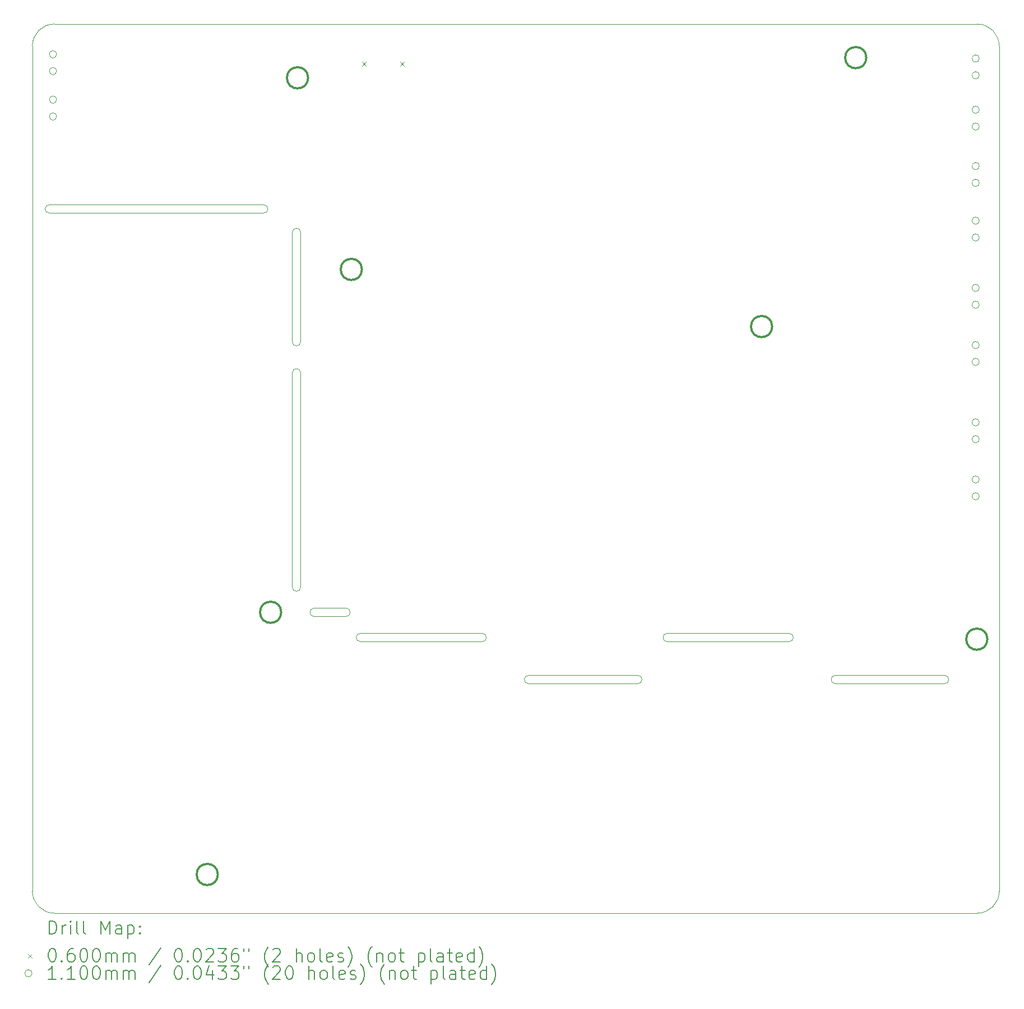
<source format=gbr>
%TF.GenerationSoftware,KiCad,Pcbnew,(6.0.9)*%
%TF.CreationDate,2023-08-24T11:25:01+02:00*%
%TF.ProjectId,reflow_oven,7265666c-6f77-45f6-9f76-656e2e6b6963,rev?*%
%TF.SameCoordinates,Original*%
%TF.FileFunction,Drillmap*%
%TF.FilePolarity,Positive*%
%FSLAX45Y45*%
G04 Gerber Fmt 4.5, Leading zero omitted, Abs format (unit mm)*
G04 Created by KiCad (PCBNEW (6.0.9)) date 2023-08-24 11:25:01*
%MOMM*%
%LPD*%
G01*
G04 APERTURE LIST*
%ADD10C,0.300000*%
%ADD11C,0.100000*%
%ADD12C,0.200000*%
%ADD13C,0.060000*%
%ADD14C,0.110000*%
G04 APERTURE END LIST*
D10*
X16611386Y-21645880D02*
G75*
G03*
X16611386Y-21645880I-160000J0D01*
G01*
D11*
X18548687Y-17747380D02*
G75*
G03*
X18548687Y-17620380I4J63500D01*
G01*
X22955586Y-18763380D02*
G75*
G03*
X22955586Y-18636380I4J63500D01*
G01*
X18764587Y-18001380D02*
G75*
G03*
X18764587Y-18128380I4J-63500D01*
G01*
X17735887Y-14064380D02*
X17735887Y-17302880D01*
X14065586Y-11524380D02*
G75*
G03*
X14065586Y-11651380I4J-63500D01*
G01*
X13809786Y-21899880D02*
X13809786Y-9123680D01*
D10*
X26408186Y-9301480D02*
G75*
G03*
X26408186Y-9301480I-160000J0D01*
G01*
D11*
X17862887Y-11943480D02*
X17862887Y-13594480D01*
X20606087Y-18128380D02*
G75*
G03*
X20606087Y-18001380I4J63500D01*
G01*
X28414786Y-9123680D02*
X28414786Y-21899880D01*
X23400086Y-18001380D02*
G75*
G03*
X23400086Y-18128380I4J-63500D01*
G01*
D10*
X18788187Y-12501880D02*
G75*
G03*
X18788187Y-12501880I-160000J0D01*
G01*
X28236986Y-18089880D02*
G75*
G03*
X28236986Y-18089880I-160000J0D01*
G01*
D11*
X20606087Y-18001380D02*
X18764587Y-18001380D01*
X25241586Y-18001380D02*
X23400086Y-18001380D01*
X28084586Y-22230080D02*
X14139986Y-22230080D01*
X27591086Y-18636380D02*
X25940086Y-18636380D01*
X17304087Y-11524380D02*
X14065586Y-11524380D01*
X25241586Y-18128380D02*
G75*
G03*
X25241586Y-18001380I4J63500D01*
G01*
X25940086Y-18636380D02*
G75*
G03*
X25940086Y-18763380I4J-63500D01*
G01*
X21304587Y-18636380D02*
G75*
G03*
X21304587Y-18763380I4J-63500D01*
G01*
X22955586Y-18636380D02*
X21304587Y-18636380D01*
X28414790Y-9123680D02*
G75*
G03*
X28084586Y-8793480I-330200J0D01*
G01*
X27591086Y-18763380D02*
X25940086Y-18763380D01*
X18066087Y-17620380D02*
G75*
G03*
X18066087Y-17747380I4J-63500D01*
G01*
X18066087Y-17620380D02*
X18548687Y-17620380D01*
X14139986Y-8793477D02*
G75*
G03*
X13809786Y-9123680I4J-330204D01*
G01*
X17862887Y-11943480D02*
G75*
G03*
X17735887Y-11943480I-63500J0D01*
G01*
X25241586Y-18128380D02*
X23400086Y-18128380D01*
X17862887Y-14064380D02*
X17862887Y-17302880D01*
X17304087Y-11651380D02*
X14065586Y-11651380D01*
X18548687Y-17747380D02*
X18066087Y-17747380D01*
D10*
X24985786Y-13365480D02*
G75*
G03*
X24985786Y-13365480I-160000J0D01*
G01*
D11*
X17735887Y-17302880D02*
G75*
G03*
X17862887Y-17302880I63500J0D01*
G01*
X17862887Y-14064380D02*
G75*
G03*
X17735887Y-14064380I-63500J0D01*
G01*
X22955586Y-18763380D02*
X21304587Y-18763380D01*
X17735887Y-13594480D02*
G75*
G03*
X17862887Y-13594480I63500J0D01*
G01*
X27591086Y-18763380D02*
G75*
G03*
X27591086Y-18636380I4J63500D01*
G01*
X14139986Y-8793480D02*
X28084586Y-8793480D01*
X13809790Y-21899880D02*
G75*
G03*
X14139986Y-22230080I330200J0D01*
G01*
X28084586Y-22230077D02*
G75*
G03*
X28414786Y-21899880I4J330197D01*
G01*
D10*
X17568987Y-17683480D02*
G75*
G03*
X17568987Y-17683480I-160000J0D01*
G01*
X17975387Y-9606280D02*
G75*
G03*
X17975387Y-9606280I-160000J0D01*
G01*
D11*
X17304087Y-11651380D02*
G75*
G03*
X17304087Y-11524380I4J63500D01*
G01*
X20606087Y-18128380D02*
X18764587Y-18128380D01*
X17735887Y-11943480D02*
X17735887Y-13594480D01*
D12*
D13*
X18786687Y-9365680D02*
X18846687Y-9425680D01*
X18846687Y-9365680D02*
X18786687Y-9425680D01*
X19364687Y-9365680D02*
X19424687Y-9425680D01*
X19424687Y-9365680D02*
X19364687Y-9425680D01*
D14*
X14176086Y-9250680D02*
G75*
G03*
X14176086Y-9250680I-55000J0D01*
G01*
X14176086Y-9504680D02*
G75*
G03*
X14176086Y-9504680I-55000J0D01*
G01*
X14176086Y-9936480D02*
G75*
G03*
X14176086Y-9936480I-55000J0D01*
G01*
X14176086Y-10190480D02*
G75*
G03*
X14176086Y-10190480I-55000J0D01*
G01*
X28114186Y-9314180D02*
G75*
G03*
X28114186Y-9314180I-55000J0D01*
G01*
X28114186Y-9568180D02*
G75*
G03*
X28114186Y-9568180I-55000J0D01*
G01*
X28114186Y-10088880D02*
G75*
G03*
X28114186Y-10088880I-55000J0D01*
G01*
X28114186Y-10342880D02*
G75*
G03*
X28114186Y-10342880I-55000J0D01*
G01*
X28114186Y-10939780D02*
G75*
G03*
X28114186Y-10939780I-55000J0D01*
G01*
X28114186Y-11193780D02*
G75*
G03*
X28114186Y-11193780I-55000J0D01*
G01*
X28114186Y-11765280D02*
G75*
G03*
X28114186Y-11765280I-55000J0D01*
G01*
X28114186Y-12019280D02*
G75*
G03*
X28114186Y-12019280I-55000J0D01*
G01*
X28114186Y-12781280D02*
G75*
G03*
X28114186Y-12781280I-55000J0D01*
G01*
X28114186Y-13035280D02*
G75*
G03*
X28114186Y-13035280I-55000J0D01*
G01*
X28114186Y-13644880D02*
G75*
G03*
X28114186Y-13644880I-55000J0D01*
G01*
X28114186Y-13898880D02*
G75*
G03*
X28114186Y-13898880I-55000J0D01*
G01*
X28114186Y-14813280D02*
G75*
G03*
X28114186Y-14813280I-55000J0D01*
G01*
X28114186Y-15067280D02*
G75*
G03*
X28114186Y-15067280I-55000J0D01*
G01*
X28114186Y-15676880D02*
G75*
G03*
X28114186Y-15676880I-55000J0D01*
G01*
X28114186Y-15930880D02*
G75*
G03*
X28114186Y-15930880I-55000J0D01*
G01*
D12*
X14062405Y-22545556D02*
X14062405Y-22345556D01*
X14110024Y-22345556D01*
X14138596Y-22355080D01*
X14157644Y-22374128D01*
X14167167Y-22393175D01*
X14176691Y-22431270D01*
X14176691Y-22459842D01*
X14167167Y-22497937D01*
X14157644Y-22516985D01*
X14138596Y-22536032D01*
X14110024Y-22545556D01*
X14062405Y-22545556D01*
X14262405Y-22545556D02*
X14262405Y-22412223D01*
X14262405Y-22450318D02*
X14271929Y-22431270D01*
X14281453Y-22421747D01*
X14300501Y-22412223D01*
X14319548Y-22412223D01*
X14386215Y-22545556D02*
X14386215Y-22412223D01*
X14386215Y-22345556D02*
X14376691Y-22355080D01*
X14386215Y-22364604D01*
X14395739Y-22355080D01*
X14386215Y-22345556D01*
X14386215Y-22364604D01*
X14510024Y-22545556D02*
X14490977Y-22536032D01*
X14481453Y-22516985D01*
X14481453Y-22345556D01*
X14614786Y-22545556D02*
X14595739Y-22536032D01*
X14586215Y-22516985D01*
X14586215Y-22345556D01*
X14843358Y-22545556D02*
X14843358Y-22345556D01*
X14910024Y-22488413D01*
X14976691Y-22345556D01*
X14976691Y-22545556D01*
X15157644Y-22545556D02*
X15157644Y-22440794D01*
X15148120Y-22421747D01*
X15129072Y-22412223D01*
X15090977Y-22412223D01*
X15071929Y-22421747D01*
X15157644Y-22536032D02*
X15138596Y-22545556D01*
X15090977Y-22545556D01*
X15071929Y-22536032D01*
X15062405Y-22516985D01*
X15062405Y-22497937D01*
X15071929Y-22478889D01*
X15090977Y-22469366D01*
X15138596Y-22469366D01*
X15157644Y-22459842D01*
X15252882Y-22412223D02*
X15252882Y-22612223D01*
X15252882Y-22421747D02*
X15271929Y-22412223D01*
X15310024Y-22412223D01*
X15329072Y-22421747D01*
X15338596Y-22431270D01*
X15348120Y-22450318D01*
X15348120Y-22507461D01*
X15338596Y-22526508D01*
X15329072Y-22536032D01*
X15310024Y-22545556D01*
X15271929Y-22545556D01*
X15252882Y-22536032D01*
X15433834Y-22526508D02*
X15443358Y-22536032D01*
X15433834Y-22545556D01*
X15424310Y-22536032D01*
X15433834Y-22526508D01*
X15433834Y-22545556D01*
X15433834Y-22421747D02*
X15443358Y-22431270D01*
X15433834Y-22440794D01*
X15424310Y-22431270D01*
X15433834Y-22421747D01*
X15433834Y-22440794D01*
D13*
X13744786Y-22845080D02*
X13804786Y-22905080D01*
X13804786Y-22845080D02*
X13744786Y-22905080D01*
D12*
X14100501Y-22765556D02*
X14119548Y-22765556D01*
X14138596Y-22775080D01*
X14148120Y-22784604D01*
X14157644Y-22803651D01*
X14167167Y-22841747D01*
X14167167Y-22889366D01*
X14157644Y-22927461D01*
X14148120Y-22946508D01*
X14138596Y-22956032D01*
X14119548Y-22965556D01*
X14100501Y-22965556D01*
X14081453Y-22956032D01*
X14071929Y-22946508D01*
X14062405Y-22927461D01*
X14052882Y-22889366D01*
X14052882Y-22841747D01*
X14062405Y-22803651D01*
X14071929Y-22784604D01*
X14081453Y-22775080D01*
X14100501Y-22765556D01*
X14252882Y-22946508D02*
X14262405Y-22956032D01*
X14252882Y-22965556D01*
X14243358Y-22956032D01*
X14252882Y-22946508D01*
X14252882Y-22965556D01*
X14433834Y-22765556D02*
X14395739Y-22765556D01*
X14376691Y-22775080D01*
X14367167Y-22784604D01*
X14348120Y-22813175D01*
X14338596Y-22851270D01*
X14338596Y-22927461D01*
X14348120Y-22946508D01*
X14357644Y-22956032D01*
X14376691Y-22965556D01*
X14414786Y-22965556D01*
X14433834Y-22956032D01*
X14443358Y-22946508D01*
X14452882Y-22927461D01*
X14452882Y-22879842D01*
X14443358Y-22860794D01*
X14433834Y-22851270D01*
X14414786Y-22841747D01*
X14376691Y-22841747D01*
X14357644Y-22851270D01*
X14348120Y-22860794D01*
X14338596Y-22879842D01*
X14576691Y-22765556D02*
X14595739Y-22765556D01*
X14614786Y-22775080D01*
X14624310Y-22784604D01*
X14633834Y-22803651D01*
X14643358Y-22841747D01*
X14643358Y-22889366D01*
X14633834Y-22927461D01*
X14624310Y-22946508D01*
X14614786Y-22956032D01*
X14595739Y-22965556D01*
X14576691Y-22965556D01*
X14557644Y-22956032D01*
X14548120Y-22946508D01*
X14538596Y-22927461D01*
X14529072Y-22889366D01*
X14529072Y-22841747D01*
X14538596Y-22803651D01*
X14548120Y-22784604D01*
X14557644Y-22775080D01*
X14576691Y-22765556D01*
X14767167Y-22765556D02*
X14786215Y-22765556D01*
X14805263Y-22775080D01*
X14814786Y-22784604D01*
X14824310Y-22803651D01*
X14833834Y-22841747D01*
X14833834Y-22889366D01*
X14824310Y-22927461D01*
X14814786Y-22946508D01*
X14805263Y-22956032D01*
X14786215Y-22965556D01*
X14767167Y-22965556D01*
X14748120Y-22956032D01*
X14738596Y-22946508D01*
X14729072Y-22927461D01*
X14719548Y-22889366D01*
X14719548Y-22841747D01*
X14729072Y-22803651D01*
X14738596Y-22784604D01*
X14748120Y-22775080D01*
X14767167Y-22765556D01*
X14919548Y-22965556D02*
X14919548Y-22832223D01*
X14919548Y-22851270D02*
X14929072Y-22841747D01*
X14948120Y-22832223D01*
X14976691Y-22832223D01*
X14995739Y-22841747D01*
X15005263Y-22860794D01*
X15005263Y-22965556D01*
X15005263Y-22860794D02*
X15014786Y-22841747D01*
X15033834Y-22832223D01*
X15062405Y-22832223D01*
X15081453Y-22841747D01*
X15090977Y-22860794D01*
X15090977Y-22965556D01*
X15186215Y-22965556D02*
X15186215Y-22832223D01*
X15186215Y-22851270D02*
X15195739Y-22841747D01*
X15214786Y-22832223D01*
X15243358Y-22832223D01*
X15262405Y-22841747D01*
X15271929Y-22860794D01*
X15271929Y-22965556D01*
X15271929Y-22860794D02*
X15281453Y-22841747D01*
X15300501Y-22832223D01*
X15329072Y-22832223D01*
X15348120Y-22841747D01*
X15357644Y-22860794D01*
X15357644Y-22965556D01*
X15748120Y-22756032D02*
X15576691Y-23013175D01*
X16005263Y-22765556D02*
X16024310Y-22765556D01*
X16043358Y-22775080D01*
X16052882Y-22784604D01*
X16062405Y-22803651D01*
X16071929Y-22841747D01*
X16071929Y-22889366D01*
X16062405Y-22927461D01*
X16052882Y-22946508D01*
X16043358Y-22956032D01*
X16024310Y-22965556D01*
X16005263Y-22965556D01*
X15986215Y-22956032D01*
X15976691Y-22946508D01*
X15967167Y-22927461D01*
X15957644Y-22889366D01*
X15957644Y-22841747D01*
X15967167Y-22803651D01*
X15976691Y-22784604D01*
X15986215Y-22775080D01*
X16005263Y-22765556D01*
X16157644Y-22946508D02*
X16167167Y-22956032D01*
X16157644Y-22965556D01*
X16148120Y-22956032D01*
X16157644Y-22946508D01*
X16157644Y-22965556D01*
X16290977Y-22765556D02*
X16310024Y-22765556D01*
X16329072Y-22775080D01*
X16338596Y-22784604D01*
X16348120Y-22803651D01*
X16357644Y-22841747D01*
X16357644Y-22889366D01*
X16348120Y-22927461D01*
X16338596Y-22946508D01*
X16329072Y-22956032D01*
X16310024Y-22965556D01*
X16290977Y-22965556D01*
X16271929Y-22956032D01*
X16262405Y-22946508D01*
X16252882Y-22927461D01*
X16243358Y-22889366D01*
X16243358Y-22841747D01*
X16252882Y-22803651D01*
X16262405Y-22784604D01*
X16271929Y-22775080D01*
X16290977Y-22765556D01*
X16433834Y-22784604D02*
X16443358Y-22775080D01*
X16462405Y-22765556D01*
X16510024Y-22765556D01*
X16529072Y-22775080D01*
X16538596Y-22784604D01*
X16548120Y-22803651D01*
X16548120Y-22822699D01*
X16538596Y-22851270D01*
X16424310Y-22965556D01*
X16548120Y-22965556D01*
X16614786Y-22765556D02*
X16738596Y-22765556D01*
X16671929Y-22841747D01*
X16700501Y-22841747D01*
X16719548Y-22851270D01*
X16729072Y-22860794D01*
X16738596Y-22879842D01*
X16738596Y-22927461D01*
X16729072Y-22946508D01*
X16719548Y-22956032D01*
X16700501Y-22965556D01*
X16643358Y-22965556D01*
X16624310Y-22956032D01*
X16614786Y-22946508D01*
X16910025Y-22765556D02*
X16871929Y-22765556D01*
X16852882Y-22775080D01*
X16843358Y-22784604D01*
X16824310Y-22813175D01*
X16814787Y-22851270D01*
X16814787Y-22927461D01*
X16824310Y-22946508D01*
X16833834Y-22956032D01*
X16852882Y-22965556D01*
X16890977Y-22965556D01*
X16910025Y-22956032D01*
X16919548Y-22946508D01*
X16929072Y-22927461D01*
X16929072Y-22879842D01*
X16919548Y-22860794D01*
X16910025Y-22851270D01*
X16890977Y-22841747D01*
X16852882Y-22841747D01*
X16833834Y-22851270D01*
X16824310Y-22860794D01*
X16814787Y-22879842D01*
X17005263Y-22765556D02*
X17005263Y-22803651D01*
X17081453Y-22765556D02*
X17081453Y-22803651D01*
X17376691Y-23041747D02*
X17367167Y-23032223D01*
X17348120Y-23003651D01*
X17338596Y-22984604D01*
X17329072Y-22956032D01*
X17319548Y-22908413D01*
X17319548Y-22870318D01*
X17329072Y-22822699D01*
X17338596Y-22794128D01*
X17348120Y-22775080D01*
X17367167Y-22746508D01*
X17376691Y-22736985D01*
X17443358Y-22784604D02*
X17452882Y-22775080D01*
X17471929Y-22765556D01*
X17519548Y-22765556D01*
X17538596Y-22775080D01*
X17548120Y-22784604D01*
X17557644Y-22803651D01*
X17557644Y-22822699D01*
X17548120Y-22851270D01*
X17433834Y-22965556D01*
X17557644Y-22965556D01*
X17795739Y-22965556D02*
X17795739Y-22765556D01*
X17881453Y-22965556D02*
X17881453Y-22860794D01*
X17871929Y-22841747D01*
X17852882Y-22832223D01*
X17824310Y-22832223D01*
X17805263Y-22841747D01*
X17795739Y-22851270D01*
X18005263Y-22965556D02*
X17986215Y-22956032D01*
X17976691Y-22946508D01*
X17967167Y-22927461D01*
X17967167Y-22870318D01*
X17976691Y-22851270D01*
X17986215Y-22841747D01*
X18005263Y-22832223D01*
X18033834Y-22832223D01*
X18052882Y-22841747D01*
X18062406Y-22851270D01*
X18071929Y-22870318D01*
X18071929Y-22927461D01*
X18062406Y-22946508D01*
X18052882Y-22956032D01*
X18033834Y-22965556D01*
X18005263Y-22965556D01*
X18186215Y-22965556D02*
X18167167Y-22956032D01*
X18157644Y-22936985D01*
X18157644Y-22765556D01*
X18338596Y-22956032D02*
X18319548Y-22965556D01*
X18281453Y-22965556D01*
X18262406Y-22956032D01*
X18252882Y-22936985D01*
X18252882Y-22860794D01*
X18262406Y-22841747D01*
X18281453Y-22832223D01*
X18319548Y-22832223D01*
X18338596Y-22841747D01*
X18348120Y-22860794D01*
X18348120Y-22879842D01*
X18252882Y-22898889D01*
X18424310Y-22956032D02*
X18443358Y-22965556D01*
X18481453Y-22965556D01*
X18500501Y-22956032D01*
X18510025Y-22936985D01*
X18510025Y-22927461D01*
X18500501Y-22908413D01*
X18481453Y-22898889D01*
X18452882Y-22898889D01*
X18433834Y-22889366D01*
X18424310Y-22870318D01*
X18424310Y-22860794D01*
X18433834Y-22841747D01*
X18452882Y-22832223D01*
X18481453Y-22832223D01*
X18500501Y-22841747D01*
X18576691Y-23041747D02*
X18586215Y-23032223D01*
X18605263Y-23003651D01*
X18614786Y-22984604D01*
X18624310Y-22956032D01*
X18633834Y-22908413D01*
X18633834Y-22870318D01*
X18624310Y-22822699D01*
X18614786Y-22794128D01*
X18605263Y-22775080D01*
X18586215Y-22746508D01*
X18576691Y-22736985D01*
X18938596Y-23041747D02*
X18929072Y-23032223D01*
X18910025Y-23003651D01*
X18900501Y-22984604D01*
X18890977Y-22956032D01*
X18881453Y-22908413D01*
X18881453Y-22870318D01*
X18890977Y-22822699D01*
X18900501Y-22794128D01*
X18910025Y-22775080D01*
X18929072Y-22746508D01*
X18938596Y-22736985D01*
X19014786Y-22832223D02*
X19014786Y-22965556D01*
X19014786Y-22851270D02*
X19024310Y-22841747D01*
X19043358Y-22832223D01*
X19071929Y-22832223D01*
X19090977Y-22841747D01*
X19100501Y-22860794D01*
X19100501Y-22965556D01*
X19224310Y-22965556D02*
X19205263Y-22956032D01*
X19195739Y-22946508D01*
X19186215Y-22927461D01*
X19186215Y-22870318D01*
X19195739Y-22851270D01*
X19205263Y-22841747D01*
X19224310Y-22832223D01*
X19252882Y-22832223D01*
X19271929Y-22841747D01*
X19281453Y-22851270D01*
X19290977Y-22870318D01*
X19290977Y-22927461D01*
X19281453Y-22946508D01*
X19271929Y-22956032D01*
X19252882Y-22965556D01*
X19224310Y-22965556D01*
X19348120Y-22832223D02*
X19424310Y-22832223D01*
X19376691Y-22765556D02*
X19376691Y-22936985D01*
X19386215Y-22956032D01*
X19405263Y-22965556D01*
X19424310Y-22965556D01*
X19643358Y-22832223D02*
X19643358Y-23032223D01*
X19643358Y-22841747D02*
X19662406Y-22832223D01*
X19700501Y-22832223D01*
X19719548Y-22841747D01*
X19729072Y-22851270D01*
X19738596Y-22870318D01*
X19738596Y-22927461D01*
X19729072Y-22946508D01*
X19719548Y-22956032D01*
X19700501Y-22965556D01*
X19662406Y-22965556D01*
X19643358Y-22956032D01*
X19852882Y-22965556D02*
X19833834Y-22956032D01*
X19824310Y-22936985D01*
X19824310Y-22765556D01*
X20014786Y-22965556D02*
X20014786Y-22860794D01*
X20005263Y-22841747D01*
X19986215Y-22832223D01*
X19948120Y-22832223D01*
X19929072Y-22841747D01*
X20014786Y-22956032D02*
X19995739Y-22965556D01*
X19948120Y-22965556D01*
X19929072Y-22956032D01*
X19919548Y-22936985D01*
X19919548Y-22917937D01*
X19929072Y-22898889D01*
X19948120Y-22889366D01*
X19995739Y-22889366D01*
X20014786Y-22879842D01*
X20081453Y-22832223D02*
X20157644Y-22832223D01*
X20110025Y-22765556D02*
X20110025Y-22936985D01*
X20119548Y-22956032D01*
X20138596Y-22965556D01*
X20157644Y-22965556D01*
X20300501Y-22956032D02*
X20281453Y-22965556D01*
X20243358Y-22965556D01*
X20224310Y-22956032D01*
X20214786Y-22936985D01*
X20214786Y-22860794D01*
X20224310Y-22841747D01*
X20243358Y-22832223D01*
X20281453Y-22832223D01*
X20300501Y-22841747D01*
X20310025Y-22860794D01*
X20310025Y-22879842D01*
X20214786Y-22898889D01*
X20481453Y-22965556D02*
X20481453Y-22765556D01*
X20481453Y-22956032D02*
X20462406Y-22965556D01*
X20424310Y-22965556D01*
X20405263Y-22956032D01*
X20395739Y-22946508D01*
X20386215Y-22927461D01*
X20386215Y-22870318D01*
X20395739Y-22851270D01*
X20405263Y-22841747D01*
X20424310Y-22832223D01*
X20462406Y-22832223D01*
X20481453Y-22841747D01*
X20557644Y-23041747D02*
X20567167Y-23032223D01*
X20586215Y-23003651D01*
X20595739Y-22984604D01*
X20605263Y-22956032D01*
X20614786Y-22908413D01*
X20614786Y-22870318D01*
X20605263Y-22822699D01*
X20595739Y-22794128D01*
X20586215Y-22775080D01*
X20567167Y-22746508D01*
X20557644Y-22736985D01*
D14*
X13804786Y-23139080D02*
G75*
G03*
X13804786Y-23139080I-55000J0D01*
G01*
D12*
X14167167Y-23229556D02*
X14052882Y-23229556D01*
X14110024Y-23229556D02*
X14110024Y-23029556D01*
X14090977Y-23058128D01*
X14071929Y-23077175D01*
X14052882Y-23086699D01*
X14252882Y-23210508D02*
X14262405Y-23220032D01*
X14252882Y-23229556D01*
X14243358Y-23220032D01*
X14252882Y-23210508D01*
X14252882Y-23229556D01*
X14452882Y-23229556D02*
X14338596Y-23229556D01*
X14395739Y-23229556D02*
X14395739Y-23029556D01*
X14376691Y-23058128D01*
X14357644Y-23077175D01*
X14338596Y-23086699D01*
X14576691Y-23029556D02*
X14595739Y-23029556D01*
X14614786Y-23039080D01*
X14624310Y-23048604D01*
X14633834Y-23067651D01*
X14643358Y-23105747D01*
X14643358Y-23153366D01*
X14633834Y-23191461D01*
X14624310Y-23210508D01*
X14614786Y-23220032D01*
X14595739Y-23229556D01*
X14576691Y-23229556D01*
X14557644Y-23220032D01*
X14548120Y-23210508D01*
X14538596Y-23191461D01*
X14529072Y-23153366D01*
X14529072Y-23105747D01*
X14538596Y-23067651D01*
X14548120Y-23048604D01*
X14557644Y-23039080D01*
X14576691Y-23029556D01*
X14767167Y-23029556D02*
X14786215Y-23029556D01*
X14805263Y-23039080D01*
X14814786Y-23048604D01*
X14824310Y-23067651D01*
X14833834Y-23105747D01*
X14833834Y-23153366D01*
X14824310Y-23191461D01*
X14814786Y-23210508D01*
X14805263Y-23220032D01*
X14786215Y-23229556D01*
X14767167Y-23229556D01*
X14748120Y-23220032D01*
X14738596Y-23210508D01*
X14729072Y-23191461D01*
X14719548Y-23153366D01*
X14719548Y-23105747D01*
X14729072Y-23067651D01*
X14738596Y-23048604D01*
X14748120Y-23039080D01*
X14767167Y-23029556D01*
X14919548Y-23229556D02*
X14919548Y-23096223D01*
X14919548Y-23115270D02*
X14929072Y-23105747D01*
X14948120Y-23096223D01*
X14976691Y-23096223D01*
X14995739Y-23105747D01*
X15005263Y-23124794D01*
X15005263Y-23229556D01*
X15005263Y-23124794D02*
X15014786Y-23105747D01*
X15033834Y-23096223D01*
X15062405Y-23096223D01*
X15081453Y-23105747D01*
X15090977Y-23124794D01*
X15090977Y-23229556D01*
X15186215Y-23229556D02*
X15186215Y-23096223D01*
X15186215Y-23115270D02*
X15195739Y-23105747D01*
X15214786Y-23096223D01*
X15243358Y-23096223D01*
X15262405Y-23105747D01*
X15271929Y-23124794D01*
X15271929Y-23229556D01*
X15271929Y-23124794D02*
X15281453Y-23105747D01*
X15300501Y-23096223D01*
X15329072Y-23096223D01*
X15348120Y-23105747D01*
X15357644Y-23124794D01*
X15357644Y-23229556D01*
X15748120Y-23020032D02*
X15576691Y-23277175D01*
X16005263Y-23029556D02*
X16024310Y-23029556D01*
X16043358Y-23039080D01*
X16052882Y-23048604D01*
X16062405Y-23067651D01*
X16071929Y-23105747D01*
X16071929Y-23153366D01*
X16062405Y-23191461D01*
X16052882Y-23210508D01*
X16043358Y-23220032D01*
X16024310Y-23229556D01*
X16005263Y-23229556D01*
X15986215Y-23220032D01*
X15976691Y-23210508D01*
X15967167Y-23191461D01*
X15957644Y-23153366D01*
X15957644Y-23105747D01*
X15967167Y-23067651D01*
X15976691Y-23048604D01*
X15986215Y-23039080D01*
X16005263Y-23029556D01*
X16157644Y-23210508D02*
X16167167Y-23220032D01*
X16157644Y-23229556D01*
X16148120Y-23220032D01*
X16157644Y-23210508D01*
X16157644Y-23229556D01*
X16290977Y-23029556D02*
X16310024Y-23029556D01*
X16329072Y-23039080D01*
X16338596Y-23048604D01*
X16348120Y-23067651D01*
X16357644Y-23105747D01*
X16357644Y-23153366D01*
X16348120Y-23191461D01*
X16338596Y-23210508D01*
X16329072Y-23220032D01*
X16310024Y-23229556D01*
X16290977Y-23229556D01*
X16271929Y-23220032D01*
X16262405Y-23210508D01*
X16252882Y-23191461D01*
X16243358Y-23153366D01*
X16243358Y-23105747D01*
X16252882Y-23067651D01*
X16262405Y-23048604D01*
X16271929Y-23039080D01*
X16290977Y-23029556D01*
X16529072Y-23096223D02*
X16529072Y-23229556D01*
X16481453Y-23020032D02*
X16433834Y-23162889D01*
X16557644Y-23162889D01*
X16614786Y-23029556D02*
X16738596Y-23029556D01*
X16671929Y-23105747D01*
X16700501Y-23105747D01*
X16719548Y-23115270D01*
X16729072Y-23124794D01*
X16738596Y-23143842D01*
X16738596Y-23191461D01*
X16729072Y-23210508D01*
X16719548Y-23220032D01*
X16700501Y-23229556D01*
X16643358Y-23229556D01*
X16624310Y-23220032D01*
X16614786Y-23210508D01*
X16805263Y-23029556D02*
X16929072Y-23029556D01*
X16862406Y-23105747D01*
X16890977Y-23105747D01*
X16910025Y-23115270D01*
X16919548Y-23124794D01*
X16929072Y-23143842D01*
X16929072Y-23191461D01*
X16919548Y-23210508D01*
X16910025Y-23220032D01*
X16890977Y-23229556D01*
X16833834Y-23229556D01*
X16814787Y-23220032D01*
X16805263Y-23210508D01*
X17005263Y-23029556D02*
X17005263Y-23067651D01*
X17081453Y-23029556D02*
X17081453Y-23067651D01*
X17376691Y-23305747D02*
X17367167Y-23296223D01*
X17348120Y-23267651D01*
X17338596Y-23248604D01*
X17329072Y-23220032D01*
X17319548Y-23172413D01*
X17319548Y-23134318D01*
X17329072Y-23086699D01*
X17338596Y-23058128D01*
X17348120Y-23039080D01*
X17367167Y-23010508D01*
X17376691Y-23000985D01*
X17443358Y-23048604D02*
X17452882Y-23039080D01*
X17471929Y-23029556D01*
X17519548Y-23029556D01*
X17538596Y-23039080D01*
X17548120Y-23048604D01*
X17557644Y-23067651D01*
X17557644Y-23086699D01*
X17548120Y-23115270D01*
X17433834Y-23229556D01*
X17557644Y-23229556D01*
X17681453Y-23029556D02*
X17700501Y-23029556D01*
X17719548Y-23039080D01*
X17729072Y-23048604D01*
X17738596Y-23067651D01*
X17748120Y-23105747D01*
X17748120Y-23153366D01*
X17738596Y-23191461D01*
X17729072Y-23210508D01*
X17719548Y-23220032D01*
X17700501Y-23229556D01*
X17681453Y-23229556D01*
X17662406Y-23220032D01*
X17652882Y-23210508D01*
X17643358Y-23191461D01*
X17633834Y-23153366D01*
X17633834Y-23105747D01*
X17643358Y-23067651D01*
X17652882Y-23048604D01*
X17662406Y-23039080D01*
X17681453Y-23029556D01*
X17986215Y-23229556D02*
X17986215Y-23029556D01*
X18071929Y-23229556D02*
X18071929Y-23124794D01*
X18062406Y-23105747D01*
X18043358Y-23096223D01*
X18014786Y-23096223D01*
X17995739Y-23105747D01*
X17986215Y-23115270D01*
X18195739Y-23229556D02*
X18176691Y-23220032D01*
X18167167Y-23210508D01*
X18157644Y-23191461D01*
X18157644Y-23134318D01*
X18167167Y-23115270D01*
X18176691Y-23105747D01*
X18195739Y-23096223D01*
X18224310Y-23096223D01*
X18243358Y-23105747D01*
X18252882Y-23115270D01*
X18262406Y-23134318D01*
X18262406Y-23191461D01*
X18252882Y-23210508D01*
X18243358Y-23220032D01*
X18224310Y-23229556D01*
X18195739Y-23229556D01*
X18376691Y-23229556D02*
X18357644Y-23220032D01*
X18348120Y-23200985D01*
X18348120Y-23029556D01*
X18529072Y-23220032D02*
X18510025Y-23229556D01*
X18471929Y-23229556D01*
X18452882Y-23220032D01*
X18443358Y-23200985D01*
X18443358Y-23124794D01*
X18452882Y-23105747D01*
X18471929Y-23096223D01*
X18510025Y-23096223D01*
X18529072Y-23105747D01*
X18538596Y-23124794D01*
X18538596Y-23143842D01*
X18443358Y-23162889D01*
X18614786Y-23220032D02*
X18633834Y-23229556D01*
X18671929Y-23229556D01*
X18690977Y-23220032D01*
X18700501Y-23200985D01*
X18700501Y-23191461D01*
X18690977Y-23172413D01*
X18671929Y-23162889D01*
X18643358Y-23162889D01*
X18624310Y-23153366D01*
X18614786Y-23134318D01*
X18614786Y-23124794D01*
X18624310Y-23105747D01*
X18643358Y-23096223D01*
X18671929Y-23096223D01*
X18690977Y-23105747D01*
X18767167Y-23305747D02*
X18776691Y-23296223D01*
X18795739Y-23267651D01*
X18805263Y-23248604D01*
X18814786Y-23220032D01*
X18824310Y-23172413D01*
X18824310Y-23134318D01*
X18814786Y-23086699D01*
X18805263Y-23058128D01*
X18795739Y-23039080D01*
X18776691Y-23010508D01*
X18767167Y-23000985D01*
X19129072Y-23305747D02*
X19119548Y-23296223D01*
X19100501Y-23267651D01*
X19090977Y-23248604D01*
X19081453Y-23220032D01*
X19071929Y-23172413D01*
X19071929Y-23134318D01*
X19081453Y-23086699D01*
X19090977Y-23058128D01*
X19100501Y-23039080D01*
X19119548Y-23010508D01*
X19129072Y-23000985D01*
X19205263Y-23096223D02*
X19205263Y-23229556D01*
X19205263Y-23115270D02*
X19214786Y-23105747D01*
X19233834Y-23096223D01*
X19262406Y-23096223D01*
X19281453Y-23105747D01*
X19290977Y-23124794D01*
X19290977Y-23229556D01*
X19414786Y-23229556D02*
X19395739Y-23220032D01*
X19386215Y-23210508D01*
X19376691Y-23191461D01*
X19376691Y-23134318D01*
X19386215Y-23115270D01*
X19395739Y-23105747D01*
X19414786Y-23096223D01*
X19443358Y-23096223D01*
X19462406Y-23105747D01*
X19471929Y-23115270D01*
X19481453Y-23134318D01*
X19481453Y-23191461D01*
X19471929Y-23210508D01*
X19462406Y-23220032D01*
X19443358Y-23229556D01*
X19414786Y-23229556D01*
X19538596Y-23096223D02*
X19614786Y-23096223D01*
X19567167Y-23029556D02*
X19567167Y-23200985D01*
X19576691Y-23220032D01*
X19595739Y-23229556D01*
X19614786Y-23229556D01*
X19833834Y-23096223D02*
X19833834Y-23296223D01*
X19833834Y-23105747D02*
X19852882Y-23096223D01*
X19890977Y-23096223D01*
X19910025Y-23105747D01*
X19919548Y-23115270D01*
X19929072Y-23134318D01*
X19929072Y-23191461D01*
X19919548Y-23210508D01*
X19910025Y-23220032D01*
X19890977Y-23229556D01*
X19852882Y-23229556D01*
X19833834Y-23220032D01*
X20043358Y-23229556D02*
X20024310Y-23220032D01*
X20014786Y-23200985D01*
X20014786Y-23029556D01*
X20205263Y-23229556D02*
X20205263Y-23124794D01*
X20195739Y-23105747D01*
X20176691Y-23096223D01*
X20138596Y-23096223D01*
X20119548Y-23105747D01*
X20205263Y-23220032D02*
X20186215Y-23229556D01*
X20138596Y-23229556D01*
X20119548Y-23220032D01*
X20110025Y-23200985D01*
X20110025Y-23181937D01*
X20119548Y-23162889D01*
X20138596Y-23153366D01*
X20186215Y-23153366D01*
X20205263Y-23143842D01*
X20271929Y-23096223D02*
X20348120Y-23096223D01*
X20300501Y-23029556D02*
X20300501Y-23200985D01*
X20310025Y-23220032D01*
X20329072Y-23229556D01*
X20348120Y-23229556D01*
X20490977Y-23220032D02*
X20471929Y-23229556D01*
X20433834Y-23229556D01*
X20414786Y-23220032D01*
X20405263Y-23200985D01*
X20405263Y-23124794D01*
X20414786Y-23105747D01*
X20433834Y-23096223D01*
X20471929Y-23096223D01*
X20490977Y-23105747D01*
X20500501Y-23124794D01*
X20500501Y-23143842D01*
X20405263Y-23162889D01*
X20671929Y-23229556D02*
X20671929Y-23029556D01*
X20671929Y-23220032D02*
X20652882Y-23229556D01*
X20614786Y-23229556D01*
X20595739Y-23220032D01*
X20586215Y-23210508D01*
X20576691Y-23191461D01*
X20576691Y-23134318D01*
X20586215Y-23115270D01*
X20595739Y-23105747D01*
X20614786Y-23096223D01*
X20652882Y-23096223D01*
X20671929Y-23105747D01*
X20748120Y-23305747D02*
X20757644Y-23296223D01*
X20776691Y-23267651D01*
X20786215Y-23248604D01*
X20795739Y-23220032D01*
X20805263Y-23172413D01*
X20805263Y-23134318D01*
X20795739Y-23086699D01*
X20786215Y-23058128D01*
X20776691Y-23039080D01*
X20757644Y-23010508D01*
X20748120Y-23000985D01*
M02*

</source>
